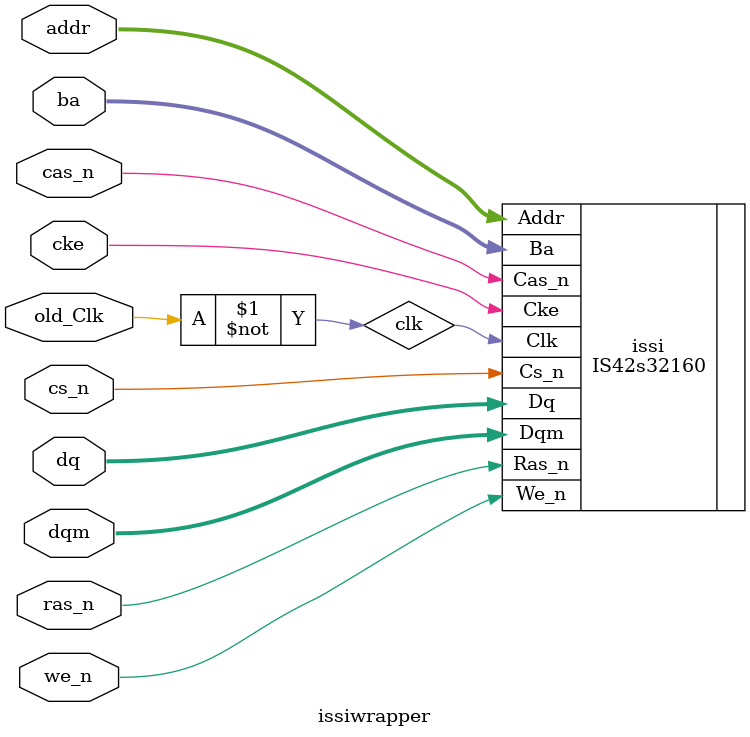
<source format=v>
module issiwrapper (dq, addr, ba, old_Clk, cke, cs_n, ras_n, cas_n, we_n, dqm);


    parameter ADDR_BITS        =      13; // Set this parameter to control how many Address bits are used
    parameter ROW_BITS         =      13; // Set this parameter to control how many Row bits are used
    parameter DQ_BITS          =      32; // Set this parameter to control how many Data bits are used
    parameter DM_BITS          =       4; // Set this parameter to control how many DM bits are used
    parameter COL_BITS         =       9; // Set this parameter to control how many Column bits are used
    parameter BA_BITS          =       2; // Bank bits


    input                      old_Clk ;
    input                      cke  ;
    input  [ADDR_BITS - 1 : 0] addr ;
    input  [BA_BITS - 1 : 0]   ba   ;
    input                      cs_n ;
    input                      ras_n;
    input                      cas_n;
    input                      we_n ;
    input  [DM_BITS - 1 : 0]   dqm  ;
    inout  [DQ_BITS - 1 : 0]   dq   ;

wire clk = ~old_Clk;
//wire clk = old_Clk;

IS42s32160#(.FILENAME("code.mem")) issi	(
			.Dq(dq),
			.Addr(addr),
			.Ba(ba),
			.Clk(clk),
			.Cke(cke),
			.Cs_n(cs_n),
			.Ras_n(ras_n),
			.Cas_n(cas_n),
			.We_n(we_n),
			.Dqm(dqm) );

endmodule

</source>
